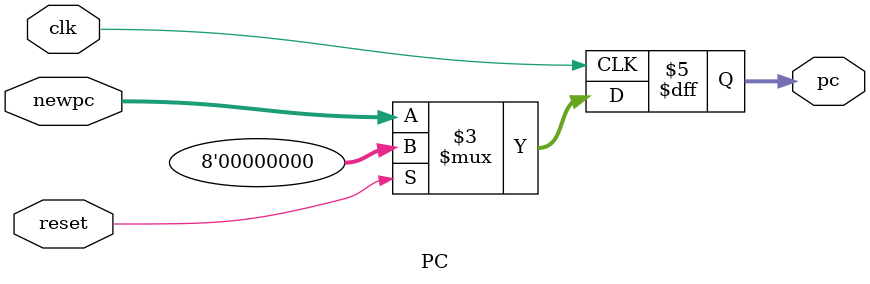
<source format=v>
`timescale 1ns / 1ps


module PC #(parameter WIDTH=8)
    (
    input clk,reset,
    input [WIDTH-1:0] newpc,
    output reg [WIDTH-1:0] pc
    );
    
    always@(posedge clk)
    if(reset) 
        pc<=0;
    else 
        pc<=newpc;
    
endmodule

</source>
